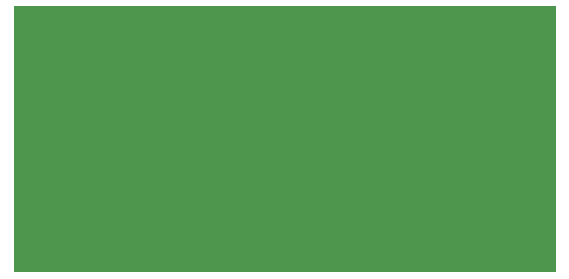
<source format=gbr>
G04 Layer_Color=16711935*
%FSLAX45Y45*%
%MOMM*%
%TF.FileFunction,Keep-out,Top*%
%TF.Part,Single*%
G01*
G75*
%TA.AperFunction,NonConductor*%
%ADD96R,45.90000X22.50000*%
D96*
X27317001Y22659419D02*
D03*
%TF.MD5,46418046e957cafb49d8893092fe3a41*%
M02*

</source>
